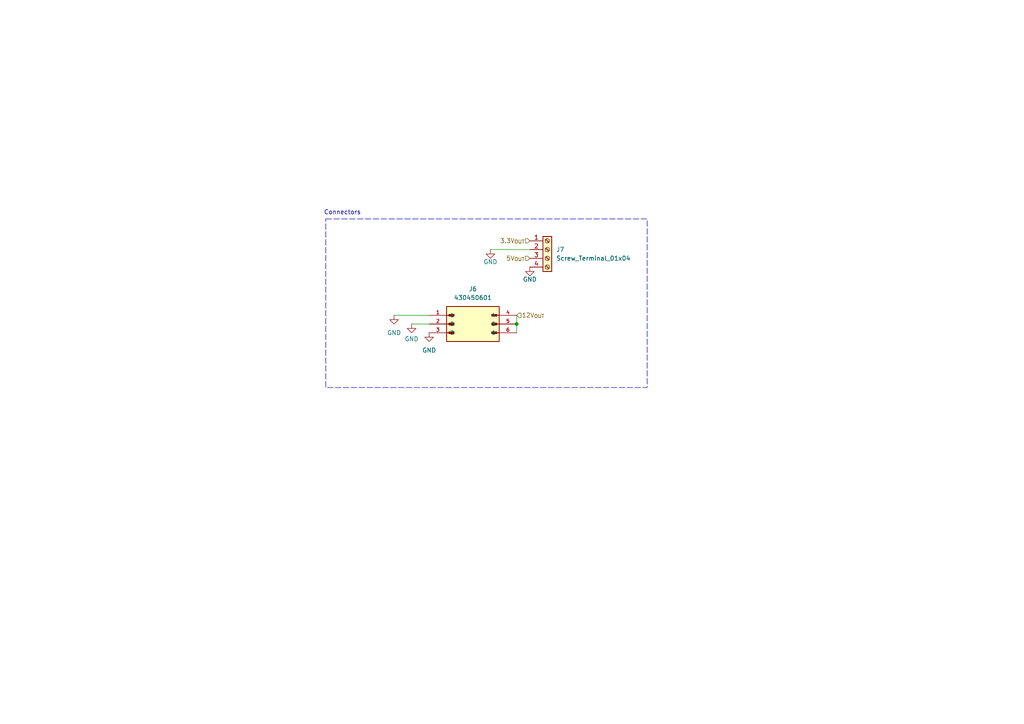
<source format=kicad_sch>
(kicad_sch (version 20240101) (generator "eeschema") (generator_version "8.99")
  (paper "A4")
  (lib_symbols
    (symbol "430450601:430450601" (pin_names (offset 1.016))
      (property "Reference" "J" (at -7.62 6.35 0))
      (property "Value" "430450601" (at -7.62 -7.62 0))
      (symbol "430450601_0_0"
        (rectangle (start -7.62 -5.08) (end 7.62 5.08) (stroke (width 0.254)) (fill (type background)))
        (rectangle (start -6.985 -2.8575) (end -5.3975 -2.2225) (stroke (width 0.1)) (fill (type outline)))
        (rectangle (start -6.985 -0.3175) (end -5.3975 0.3175) (stroke (width 0.1)) (fill (type outline)))
        (rectangle (start -6.985 2.2225) (end -5.3975 2.8575) (stroke (width 0.1)) (fill (type outline)))
        (polyline (pts (xy -7.62 -2.54) (xy -5.715 -2.54)) (stroke (width 0.254)))
        (polyline (pts (xy -7.62 0) (xy -5.715 0)) (stroke (width 0.254)))
        (polyline (pts (xy -7.62 2.54) (xy -5.715 2.54)) (stroke (width 0.254)))
        (polyline (pts (xy 7.62 -2.54) (xy 5.715 -2.54)) (stroke (width 0.254)))
        (polyline (pts (xy 7.62 0) (xy 5.715 0)) (stroke (width 0.254)))
        (polyline (pts (xy 7.62 2.54) (xy 5.715 2.54)) (stroke (width 0.254)))
        (rectangle (start 5.3975 -2.8575) (end 6.985 -2.2225) (stroke (width 0.1)) (fill (type outline)))
        (rectangle (start 5.3975 -0.3175) (end 6.985 0.3175) (stroke (width 0.1)) (fill (type outline)))
        (rectangle (start 5.3975 2.2225) (end 6.985 2.8575) (stroke (width 0.1)) (fill (type outline)))
        (pin passive line (at -12.7 2.54 0) (length 5.08) (name "1") (number "1"))
        (pin passive line (at -12.7 0 0) (length 5.08) (name "2") (number "2"))
        (pin passive line (at -12.7 -2.54 0) (length 5.08) (name "3") (number "3"))
        (pin passive line (at 12.7 2.54 180) (length 5.08) (name "4") (number "4"))
        (pin passive line (at 12.7 0 180) (length 5.08) (name "5") (number "5"))
        (pin passive line (at 12.7 -2.54 180) (length 5.08) (name "6") (number "6"))
      )
    )
    (symbol "Connector:Screw_Terminal_01x04" (pin_names (offset 1.016) hide)
      (property "Reference" "J" (at 0 5.08 0))
      (property "Value" "Screw_Terminal_01x04" (at 0 -7.62 0))
      (symbol "Screw_Terminal_01x04_1_1"
        (rectangle (start -1.27 3.81) (end 1.27 -6.35) (stroke (width 0.254)) (fill (type background)))
        (circle (center 0 -5.08) (radius 0.635) (stroke (width 0.1524)))
        (circle (center 0 -2.54) (radius 0.635) (stroke (width 0.1524)))
        (polyline (pts (xy -0.5334 -4.7498) (xy 0.3302 -5.588)) (stroke (width 0.1524)))
        (polyline (pts (xy -0.5334 -2.2098) (xy 0.3302 -3.048)) (stroke (width 0.1524)))
        (polyline (pts (xy -0.5334 0.3302) (xy 0.3302 -0.508)) (stroke (width 0.1524)))
        (polyline (pts (xy -0.5334 2.8702) (xy 0.3302 2.032)) (stroke (width 0.1524)))
        (polyline (pts (xy -0.3556 -4.572) (xy 0.508 -5.4102)) (stroke (width 0.1524)))
        (polyline (pts (xy -0.3556 -2.032) (xy 0.508 -2.8702)) (stroke (width 0.1524)))
        (polyline (pts (xy -0.3556 0.508) (xy 0.508 -0.3302)) (stroke (width 0.1524)))
        (polyline (pts (xy -0.3556 3.048) (xy 0.508 2.2098)) (stroke (width 0.1524)))
        (circle (center 0 0) (radius 0.635) (stroke (width 0.1524)))
        (circle (center 0 2.54) (radius 0.635) (stroke (width 0.1524)))
        (pin passive line (at -5.08 2.54 0) (length 3.81) (name "Pin_1") (number "1"))
        (pin passive line (at -5.08 0 0) (length 3.81) (name "Pin_2") (number "2"))
        (pin passive line (at -5.08 -2.54 0) (length 3.81) (name "Pin_3") (number "3"))
        (pin passive line (at -5.08 -5.08 0) (length 3.81) (name "Pin_4") (number "4"))
      )
    )
    (symbol "power:GND" (power) (pin_numbers hide) (pin_names (offset 0) hide)
      (property "Value" "GND" (at 0 -3.81 0))
      (symbol "GND_0_1"
        (polyline (pts (xy 0 0) (xy 0 -1.27) (xy 1.27 -1.27) (xy 0 -2.54) (xy -1.27 -1.27) (xy 0 -1.27)))
      )
      (symbol "GND_1_1"
        (pin power_in line (at 0 0 270) (length 0) (name "~") (number "1"))
      )
    )
  )
  (junction (at 149.86 93.98))
  (wire (pts (xy 149.86 93.98) (xy 149.86 96.52)))
  (wire (pts (xy 142.24 72.39) (xy 153.67 72.39)))
  (wire (pts (xy 149.86 91.44) (xy 149.86 93.98)))
  (wire (pts (xy 114.3 91.44) (xy 124.46 91.44)))
  (wire (pts (xy 119.38 93.98) (xy 124.46 93.98)))
  (rectangle (start 94.488 63.5) (end 187.706 112.395) (stroke (width 0) (type dash)))
  (text "Connectors\n" (at 99.314 61.722 0) (effects (font (size 1.27 1.27))))
  (hierarchical_label "3.3V_{OUT}" (shape input) (at 153.67 69.85 180))
  (hierarchical_label "12V_{OUT}" (shape input) (at 149.86 91.44 0))
  (hierarchical_label "5V_{OUT}" (shape input) (at 153.67 74.93 180))
  (symbol (lib_id "430450601:430450601") (at 137.16 93.98 0) (unit 1)
    (property "Reference" "J6" (at 137.16 83.82 0))
    (property "Value" "430450601" (at 137.16 86.36 0))
    (property "Footprint" "430450601:MOLEX_430450601" (effects (hide yes)))
    (property "MF" "Molex" (effects (hide yes)))
    (property "MAXIMUM_PACKAGE_HEIGHT" "8.77mm" (effects (hide yes)))
    (property "Package" "None" (effects (hide yes)))
    (property "Price" "None" (effects (hide yes)))
    (property "Check_prices" "https://www.snapeda.com/parts/430450601/Molex/view-part/?ref=eda" (effects (hide yes)))
    (property "STANDARD" "Manufacturer Recommendations" (effects (hide yes)))
    (property "PARTREV" "G" (effects (hide yes)))
    (property "SnapEDA_Link" "https://www.snapeda.com/parts/430450601/Molex/view-part/?ref=snap" (effects (hide yes)))
    (property "MP" "430450601" (effects (hide yes)))
    (property "Description_1" "\n                        \n                            Connector Header Through Hole, Right Angle 6 position 0.118 (3.00mm)\n                        \n" (effects (hide yes)))
    (property "Availability" "In Stock" (effects (hide yes)))
    (property "MANUFACTURER" "Molex" (effects (hide yes)))
  )
  (symbol (lib_id "power:GND") (at 153.67 77.47 0) (unit 1)
    (property "Reference" "#PWR053" (effects (hide yes)))
    (property "Value" "GND" (at 153.67 81.026 0))
    (property "Description" "Power symbol creates a global label with name \"GND\" , ground" (effects (hide yes)))
  )
  (symbol (lib_id "power:GND") (at 114.3 91.44 0) (unit 1)
    (property "Reference" "#PWR047" (effects (hide yes)))
    (property "Value" "GND" (at 114.3 96.52 0))
    (property "Description" "Power symbol creates a global label with name \"GND\" , ground" (effects (hide yes)))
  )
  (symbol (lib_id "power:GND") (at 142.24 72.39 0) (unit 1)
    (property "Reference" "#PWR052" (effects (hide yes)))
    (property "Value" "GND" (at 142.24 75.946 0))
    (property "Description" "Power symbol creates a global label with name \"GND\" , ground" (effects (hide yes)))
  )
  (symbol (lib_id "power:GND") (at 124.46 96.52 0) (unit 1)
    (property "Reference" "#PWR051" (effects (hide yes)))
    (property "Value" "GND" (at 124.46 101.6 0))
    (property "Description" "Power symbol creates a global label with name \"GND\" , ground" (effects (hide yes)))
  )
  (symbol (lib_id "power:GND") (at 119.38 93.98 0) (unit 1)
    (property "Reference" "#PWR050" (effects (hide yes)))
    (property "Value" "GND" (at 119.38 98.298 0))
    (property "Description" "Power symbol creates a global label with name \"GND\" , ground" (effects (hide yes)))
  )
  (symbol (lib_id "Connector:Screw_Terminal_01x04") (at 158.75 72.39 0) (unit 1)
    (property "Reference" "J7" (at 161.29 72.3899 0) (effects (justify left)))
    (property "Value" "Screw_Terminal_01x04" (at 161.29 74.9299 0) (effects (justify left)))
    (property "Footprint" "282857-4_KiCad:2828574" (effects (hide yes)))
    (property "Description" "Generic screw terminal, single row, 01x04, script generated (kicad-library-utils/schlib/autogen/connector/)" (effects (hide yes)))
  )
)
</source>
